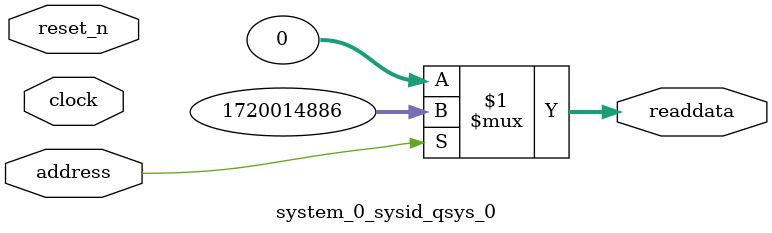
<source format=v>

`timescale 1ns / 1ps
// synthesis translate_on

// turn off superfluous verilog processor warnings 
// altera message_level Level1 
// altera message_off 10034 10035 10036 10037 10230 10240 10030 

module system_0_sysid_qsys_0 (
               // inputs:
                address,
                clock,
                reset_n,

               // outputs:
                readdata
             )
;

  output  [ 31: 0] readdata;
  input            address;
  input            clock;
  input            reset_n;

  wire    [ 31: 0] readdata;
  //control_slave, which is an e_avalon_slave
  assign readdata = address ? 1720014886 : 0;

endmodule




</source>
